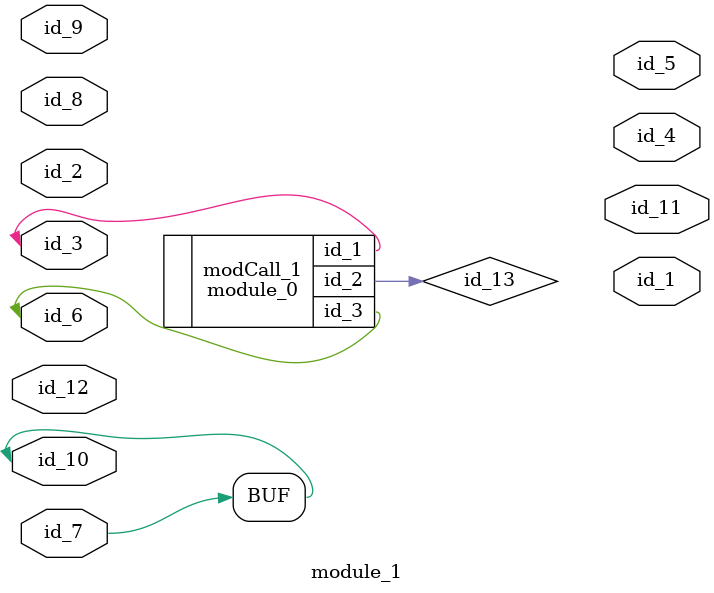
<source format=v>
module module_0 (
    id_1,
    id_2,
    id_3
);
  inout wire id_3;
  inout wire id_2;
  output wire id_1;
  assign id_1 = id_2;
endmodule
module module_1 (
    id_1,
    id_2,
    id_3,
    id_4,
    id_5,
    id_6,
    id_7,
    id_8,
    id_9,
    id_10,
    id_11,
    id_12
);
  inout wire id_12;
  output wire id_11;
  inout wire id_10;
  input wire id_9;
  input wire id_8;
  input wire id_7;
  inout wire id_6;
  output wire id_5;
  output wire id_4;
  inout wire id_3;
  inout wire id_2;
  output wire id_1;
  wire id_13;
  assign id_11[1] = id_7 + id_8 + 1;
  wire id_14;
  assign id_10 = id_7;
  module_0 modCall_1 (
      id_3,
      id_13,
      id_6
  );
endmodule

</source>
